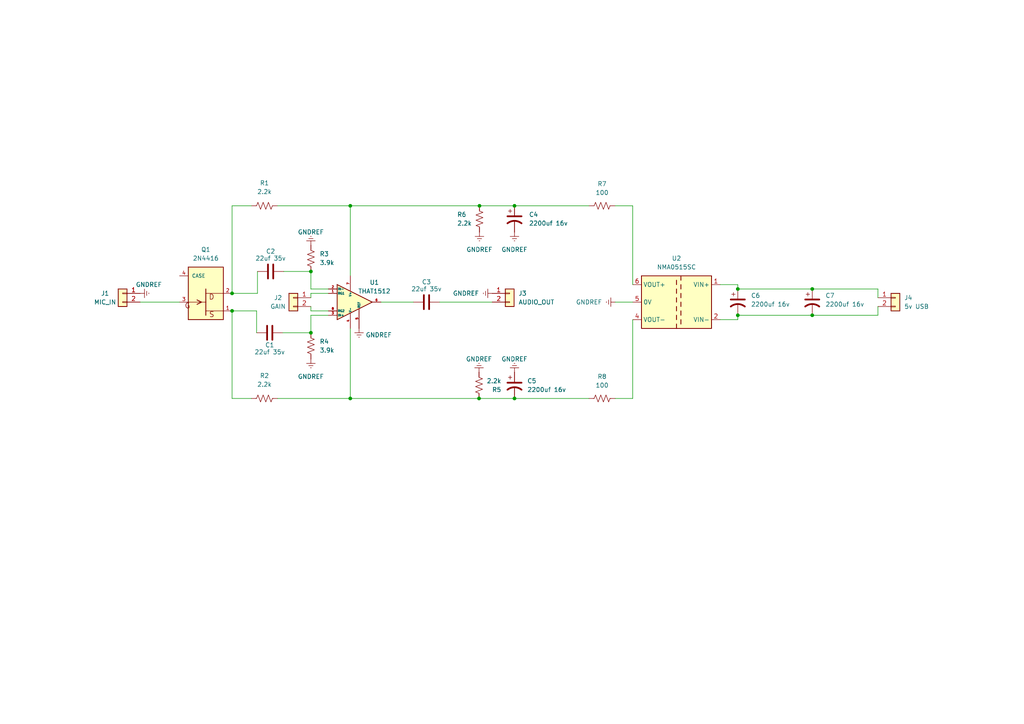
<source format=kicad_sch>
(kicad_sch (version 20211123) (generator eeschema)
  (paper "A4")
  (lib_symbols
    (symbol "Connector_Generic:Conn_01x02" (pin_names (offset 1.016) hide)
      (property "Reference" "J" (at 0 2.54 0))
      (property "Value" "Conn_01x02" (at 0 -5.08 0))
      (symbol "Conn_01x02_1_1"
        (rectangle (start -1.27 -2.413) (end 0 -2.667) (stroke (width 0.1524)))
        (rectangle (start -1.27 0.127) (end 0 -0.127) (stroke (width 0.1524)))
        (rectangle (start -1.27 1.27) (end 1.27 -3.81) (stroke (width 0.254)) (fill (type background)))
        (pin passive line (at -5.08 0 0) (length 3.81) (name "Pin_1") (number "1"))
        (pin passive line (at -5.08 -2.54 0) (length 3.81) (name "Pin_2") (number "2"))
      )
    )
    (symbol "Device:C" (pin_numbers hide) (pin_names (offset 0.254))
      (property "Reference" "C" (at 0.635 2.54 0))
      (property "Value" "C" (at 0.635 -2.54 0))
      (symbol "C_0_1"
        (polyline (pts (xy -2.032 -0.762) (xy 2.032 -0.762)) (stroke (width 0.508)))
        (polyline (pts (xy -2.032 0.762) (xy 2.032 0.762)) (stroke (width 0.508)))
      )
      (symbol "C_1_1"
        (pin passive line (at 0 3.81 270) (length 2.794) (name "~") (number "1"))
        (pin passive line (at 0 -3.81 90) (length 2.794) (name "~") (number "2"))
      )
    )
    (symbol "Device:C_Polarized_US" (pin_numbers hide) (pin_names (offset 0.254) hide)
      (property "Reference" "C" (at 0.635 2.54 0))
      (property "Value" "C_Polarized_US" (at 0.635 -2.54 0))
      (symbol "C_Polarized_US_0_1"
        (polyline (pts (xy -2.032 0.762) (xy 2.032 0.762)) (stroke (width 0.508)))
        (polyline (pts (xy -1.778 2.286) (xy -0.762 2.286)))
        (polyline (pts (xy -1.27 1.778) (xy -1.27 2.794)))
        (arc (start 2.032 -1.27) (mid 0 -0.5572) (end -2.032 -1.27) (stroke (width 0.508)))
      )
      (symbol "C_Polarized_US_1_1"
        (pin passive line (at 0 3.81 270) (length 2.794) (name "~") (number "1"))
        (pin passive line (at 0 -3.81 90) (length 3.302) (name "~") (number "2"))
      )
    )
    (symbol "Device:R_US" (pin_numbers hide) (pin_names (offset 0))
      (property "Reference" "R" (at 2.54 0 90))
      (property "Value" "R_US" (at -2.54 0 90))
      (symbol "R_US_0_1"
        (polyline (pts (xy 0 -2.286) (xy 0 -2.54)))
        (polyline (pts (xy 0 2.286) (xy 0 2.54)))
        (polyline (pts (xy 0 -0.762) (xy 1.016 -1.143) (xy 0 -1.524) (xy -1.016 -1.905) (xy 0 -2.286)))
        (polyline (pts (xy 0 0.762) (xy 1.016 0.381) (xy 0 0) (xy -1.016 -0.381) (xy 0 -0.762)))
        (polyline (pts (xy 0 2.286) (xy 1.016 1.905) (xy 0 1.524) (xy -1.016 1.143) (xy 0 0.762)))
      )
      (symbol "R_US_1_1"
        (pin passive line (at 0 3.81 270) (length 1.27) (name "~") (number "1"))
        (pin passive line (at 0 -3.81 90) (length 1.27) (name "~") (number "2"))
      )
    )
    (symbol "Regulator_Switching:NMA0515SC"
      (property "Reference" "U" (at -10.16 8.89 0))
      (property "Value" "NMA0515SC" (at 0 8.89 0))
      (symbol "NMA0515SC_0_1"
        (rectangle (start -10.16 7.62) (end 10.16 -7.62) (stroke (width 0.254)) (fill (type background)))
        (polyline (pts (xy -1.27 -5.08) (xy -1.27 -6.35)) (stroke (width 0.254)))
        (polyline (pts (xy -1.27 -2.54) (xy -1.27 -3.81)) (stroke (width 0.254)))
        (polyline (pts (xy -1.27 0) (xy -1.27 -1.27)) (stroke (width 0.254)))
        (polyline (pts (xy -1.27 2.54) (xy -1.27 1.27)) (stroke (width 0.254)))
        (polyline (pts (xy -1.27 5.08) (xy -1.27 3.81)) (stroke (width 0.254)))
        (polyline (pts (xy -1.27 7.62) (xy -1.27 6.35)) (stroke (width 0.254)))
        (polyline (pts (xy 0 -7.62) (xy 0 -6.35)) (stroke (width 0.254)))
        (polyline (pts (xy 0 -5.08) (xy 0 -3.81)) (stroke (width 0.254)))
        (polyline (pts (xy 0 -1.27) (xy 0 -2.54)) (stroke (width 0.254)))
        (polyline (pts (xy 0 0) (xy 0 1.27)) (stroke (width 0.254)))
        (polyline (pts (xy 0 2.54) (xy 0 3.81)) (stroke (width 0.254)))
        (polyline (pts (xy 0 5.08) (xy 0 6.35)) (stroke (width 0.254)))
      )
      (symbol "NMA0515SC_1_1"
        (pin power_in line (at -12.7 5.08 0) (length 2.54) (name "VIN+") (number "1"))
        (pin power_in line (at -12.7 -5.08 0) (length 2.54) (name "VIN-") (number "2"))
        (pin power_out line (at 12.7 -5.08 180) (length 2.54) (name "VOUT-") (number "4"))
        (pin power_out line (at 12.7 0 180) (length 2.54) (name "0V") (number "5"))
        (pin power_out line (at 12.7 5.08 180) (length 2.54) (name "VOUT+") (number "6"))
      )
    )
    (symbol "mic:2N4416" (pin_names (offset 1.016))
      (property "Reference" "Q" (at -5.08 8.382 0))
      (property "Value" "2N4416" (at -5.08 -8.382 0))
      (symbol "2N4416_0_0"
        (rectangle (start -5.08 -7.62) (end 5.08 7.62) (stroke (width 0.254)) (fill (type background)))
        (polyline (pts (xy -5.08 2.54) (xy -1.27 2.54)) (stroke (width 0.1524)))
        (polyline (pts (xy -1.27 2.54) (xy -2.54 1.905)) (stroke (width 0.254)))
        (polyline (pts (xy -1.27 2.54) (xy -2.54 3.175)) (stroke (width 0.254)))
        (polyline (pts (xy -1.27 2.54) (xy 0 2.54)) (stroke (width 0.1524)))
        (polyline (pts (xy 0 -1.27) (xy 0 0)) (stroke (width 0.254)))
        (polyline (pts (xy 0 0) (xy 0 2.54)) (stroke (width 0.254)))
        (polyline (pts (xy 0 2.54) (xy 0 5.08)) (stroke (width 0.254)))
        (polyline (pts (xy 0 5.08) (xy 0 6.35)) (stroke (width 0.254)))
        (polyline (pts (xy 0 5.08) (xy 5.08 5.08)) (stroke (width 0.1524)))
        (polyline (pts (xy 5.08 0) (xy 0 0)) (stroke (width 0.1524)))
        (text "D" (at 2.54 1.905 0) (effects (font (size 1.524 1.524)) (justify right top mirror)))
        (text "G" (at -4.445 4.445 0) (effects (font (size 1.524 1.524)) (justify right top mirror)))
        (text "S" (at 2.54 6.985 0) (effects (font (size 1.524 1.524)) (justify right top mirror)))
        (pin passive line (at 7.62 5.08 180) (length 2.54) (name "~") (number "1"))
        (pin passive line (at 7.62 0 180) (length 2.54) (name "~") (number "2"))
        (pin passive line (at -7.62 2.54 0) (length 2.54) (name "~") (number "3"))
        (pin passive line (at -7.62 -5.08 0) (length 2.54) (name "CASE") (number "4"))
      )
    )
    (symbol "mic:THAT1512P08-U" (pin_names (offset 0.127))
      (property "Reference" "U" (at 7.62 6.35 0))
      (property "Value" "THAT1512P08-U" (at 7.62 3.81 0))
      (symbol "THAT1512P08-U_0_0"
        (pin power_in line (at -1.27 -7.62 90) (length 4.45) (name "V-") (number "4"))
      )
      (symbol "THAT1512P08-U_0_1"
        (polyline (pts (xy -5.08 5.08) (xy 5.08 0) (xy -5.08 -5.08) (xy -5.08 5.08)) (stroke (width 0.254)) (fill (type background)))
      )
      (symbol "THAT1512P08-U_1_1"
        (pin input line (at -7.62 2.54 0) (length 2.54) (name "RG1") (number "1"))
        (pin input line (at -7.62 3.81 0) (length 2.54) (name "IN-") (number "2"))
        (pin input line (at -7.62 -3.81 0) (length 2.54) (name "IN+") (number "3"))
        (pin power_in line (at 1.27 -7.62 90) (length 5.72) (name "REF") (number "5"))
        (pin output line (at 7.62 0 180) (length 2.54) (name "~") (number "6"))
        (pin power_in line (at -1.27 7.62 270) (length 4.45) (name "V+") (number "7"))
        (pin input line (at -7.62 -2.54 0) (length 2.54) (name "RG2") (number "8"))
      )
    )
    (symbol "power:GNDREF" (power) (pin_names (offset 0))
      (property "Value" "GNDREF" (at 0 -3.81 0))
      (symbol "GNDREF_0_1"
        (polyline (pts (xy -0.635 -1.905) (xy 0.635 -1.905)))
        (polyline (pts (xy -0.127 -2.54) (xy 0.127 -2.54)))
        (polyline (pts (xy 0 -1.27) (xy 0 0)))
        (polyline (pts (xy 1.27 -1.27) (xy -1.27 -1.27)))
      )
      (symbol "GNDREF_1_1"
        (pin power_in line (at 0 0 270) (length 0) hide (name "GNDREF") (number "1"))
      )
    )
  )
  (junction (at 213.995 91.44))
  (junction (at 67.31 85.09))
  (junction (at 67.31 90.17))
  (junction (at 139.065 59.69))
  (junction (at 90.17 96.52))
  (junction (at 101.6 59.69))
  (junction (at 101.6 115.57))
  (junction (at 235.585 91.44))
  (junction (at 235.585 83.82))
  (junction (at 149.225 115.57))
  (junction (at 138.938 115.57))
  (junction (at 90.17 78.74))
  (junction (at 149.225 59.69))
  (junction (at 213.995 83.82))
  (wire (pts (xy 90.17 83.82) (xy 90.17 78.74)))
  (wire (pts (xy 74.422 90.17) (xy 67.31 90.17)))
  (wire (pts (xy 74.676 78.74) (xy 74.676 85.09)))
  (wire (pts (xy 95.25 91.44) (xy 90.17 91.44)))
  (wire (pts (xy 95.25 83.82) (xy 90.17 83.82)))
  (wire (pts (xy 183.515 92.71) (xy 183.515 115.57)))
  (wire (pts (xy 90.17 96.52) (xy 82.042 96.52)))
  (wire (pts (xy 101.6 115.57) (xy 138.938 115.57)))
  (wire (pts (xy 74.676 85.09) (xy 67.31 85.09)))
  (wire (pts (xy 213.995 92.71) (xy 213.995 91.44)))
  (wire (pts (xy 67.31 115.57) (xy 72.898 115.57)))
  (wire (pts (xy 80.518 59.69) (xy 101.6 59.69)))
  (wire (pts (xy 90.17 78.74) (xy 82.296 78.74)))
  (wire (pts (xy 90.17 88.9) (xy 90.17 90.17)))
  (wire (pts (xy 90.17 86.36) (xy 90.17 85.09)))
  (wire (pts (xy 149.225 115.57) (xy 170.815 115.57)))
  (wire (pts (xy 67.31 59.69) (xy 72.898 59.69)))
  (wire (pts (xy 183.515 82.55) (xy 183.515 59.69)))
  (wire (pts (xy 149.225 59.69) (xy 170.815 59.69)))
  (wire (pts (xy 90.17 91.44) (xy 90.17 96.52)))
  (wire (pts (xy 101.6 59.69) (xy 101.6 80.01)))
  (wire (pts (xy 208.915 92.71) (xy 213.995 92.71)))
  (wire (pts (xy 101.6 95.25) (xy 101.6 115.57)))
  (wire (pts (xy 110.49 87.63) (xy 119.888 87.63)))
  (wire (pts (xy 67.31 90.17) (xy 67.31 115.57)))
  (wire (pts (xy 178.435 87.63) (xy 183.515 87.63)))
  (wire (pts (xy 40.64 87.63) (xy 52.07 87.63)))
  (wire (pts (xy 80.518 115.57) (xy 101.6 115.57)))
  (wire (pts (xy 254.635 86.36) (xy 254.635 83.82)))
  (wire (pts (xy 138.938 115.57) (xy 149.225 115.57)))
  (wire (pts (xy 213.995 91.44) (xy 235.585 91.44)))
  (wire (pts (xy 90.17 90.17) (xy 95.25 90.17)))
  (wire (pts (xy 213.995 82.55) (xy 213.995 83.82)))
  (wire (pts (xy 139.065 59.69) (xy 149.225 59.69)))
  (wire (pts (xy 127.508 87.63) (xy 142.748 87.63)))
  (wire (pts (xy 101.6 59.69) (xy 139.065 59.69)))
  (wire (pts (xy 254.635 83.82) (xy 235.585 83.82)))
  (wire (pts (xy 67.31 85.09) (xy 67.31 59.69)))
  (wire (pts (xy 90.17 85.09) (xy 95.25 85.09)))
  (wire (pts (xy 254.635 91.44) (xy 235.585 91.44)))
  (wire (pts (xy 183.515 59.69) (xy 178.435 59.69)))
  (wire (pts (xy 213.995 83.82) (xy 235.585 83.82)))
  (wire (pts (xy 208.915 82.55) (xy 213.995 82.55)))
  (wire (pts (xy 183.515 115.57) (xy 178.435 115.57)))
  (wire (pts (xy 74.422 90.17) (xy 74.422 96.52)))
  (wire (pts (xy 254.635 88.9) (xy 254.635 91.44)))
  (symbol (lib_id "Device:C") (at 123.698 87.63 270) (unit 1)
    (property "Reference" "C3" (at 123.698 81.788 90))
    (property "Value" "22uf 35v" (at 123.698 83.82 90))
    (property "Footprint" "Capacitor_THT:C_Radial_D8.0mm_H11.5mm_P3.50mm" (effects hide))
  )
  (symbol (lib_id "Connector_Generic:Conn_01x02") (at 35.56 85.09 0) (mirror y) (unit 1)
    (property "Reference" "J1" (at 30.48 85.09 0))
    (property "Value" "MIC_IN" (at 30.48 87.63 0))
    (property "Footprint" "Connector_JST:JST_XH_B2B-XH-A_1x02_P2.50mm_Vertical" (effects hide))
  )
  (symbol (lib_id "mic:2N4416") (at 59.69 85.09 0) (mirror x) (unit 1)
    (property "Reference" "Q1" (at 59.69 72.39 0))
    (property "Value" "2N4416" (at 59.69 74.93 0))
    (property "Footprint" "mic:TO127P584H533-4" (effects hide))
    (property "STANDARD" "IPC 7351B" (effects hide))
    (property "MAXIMUM_PACKAGE_HEIGHT" "5.33 mm" (effects hide))
    (property "MANUFACTURER" "InterFET" (effects hide))
    (property "PARTREV" "December, 2018" (effects hide))
  )
  (symbol (lib_id "Regulator_Switching:NMA0515SC") (at 196.215 87.63 0) (mirror y) (unit 1)
    (property "Reference" "U2" (at 196.215 74.93 0))
    (property "Value" "NMA0515SC" (at 196.215 77.47 0))
    (property "Footprint" "Converter_DCDC:Converter_DCDC_Murata_NMAxxxxSC_THT" (effects hide))
    (property "Datasheet" "http://power.murata.com/data/power/ncl/kdc_nma.pdf" (effects hide))
  )
  (symbol (lib_id "Device:R_US") (at 76.708 59.69 270) (unit 1)
    (property "Reference" "R1" (at 76.708 53.086 90))
    (property "Value" "2.2k" (at 76.708 55.626 90))
    (property "Footprint" "Resistor_THT:R_Axial_DIN0207_L6.3mm_D2.5mm_P2.54mm_Vertical" (effects hide))
  )
  (symbol (lib_id "Device:R_US") (at 90.17 100.33 180) (unit 1)
    (property "Reference" "R4" (at 92.71 99.0599 0) (effects (justify right)))
    (property "Value" "3.9k" (at 92.71 101.5999 0) (effects (justify right)))
    (property "Footprint" "Resistor_THT:R_Axial_DIN0207_L6.3mm_D2.5mm_P2.54mm_Vertical" (effects hide))
  )
  (symbol (lib_id "power:GNDREF") (at 149.225 67.31 0) (unit 1)
    (property "Reference" "#PWR08" (effects hide))
    (property "Value" "GNDREF" (at 145.415 72.39 0) (effects (justify left)))
  )
  (symbol (lib_id "Device:C") (at 78.486 78.74 270) (unit 1)
    (property "Reference" "C2" (at 78.486 72.898 90))
    (property "Value" "22uf 35v" (at 78.486 74.93 90))
    (property "Footprint" "Capacitor_THT:C_Radial_D8.0mm_H11.5mm_P3.50mm" (effects hide))
  )
  (symbol (lib_id "Connector_Generic:Conn_01x02") (at 85.09 86.36 0) (mirror y) (unit 1)
    (property "Reference" "J2" (at 80.645 86.36 0))
    (property "Value" "GAIN" (at 80.645 88.9 0))
    (property "Footprint" "Connector_JST:JST_XH_B2B-XH-A_1x02_P2.50mm_Vertical" (effects hide))
  )
  (symbol (lib_id "power:GNDREF") (at 139.065 67.31 0) (unit 1)
    (property "Reference" "#PWR06" (effects hide))
    (property "Value" "GNDREF" (at 135.255 72.39 0) (effects (justify left)))
  )
  (symbol (lib_id "power:GNDREF") (at 138.938 107.95 180) (unit 1)
    (property "Reference" "#PWR05" (effects hide))
    (property "Value" "GNDREF" (at 135.128 104.14 0) (effects (justify right)))
  )
  (symbol (lib_id "power:GNDREF") (at 90.17 71.12 180) (unit 1)
    (property "Reference" "#PWR02" (effects hide))
    (property "Value" "GNDREF" (at 86.36 67.31 0) (effects (justify right)))
  )
  (symbol (lib_id "Device:C_Polarized_US") (at 149.225 63.5 0) (unit 1)
    (property "Reference" "C4" (at 153.416 62.23 0) (effects (justify left)))
    (property "Value" "2200uf 16v" (at 153.416 64.77 0) (effects (justify left)))
    (property "Footprint" "Capacitor_THT:CP_Radial_D12.5mm_P5.00mm" (effects hide))
  )
  (symbol (lib_id "power:GNDREF") (at 104.14 95.25 0) (mirror y) (unit 1)
    (property "Reference" "#PWR04" (effects hide))
    (property "Value" "GNDREF" (at 106.045 97.155 0) (effects (justify right)))
  )
  (symbol (lib_id "Connector_Generic:Conn_01x02") (at 259.715 86.36 0) (unit 1)
    (property "Reference" "J4" (at 262.255 86.3599 0) (effects (justify left)))
    (property "Value" "5v USB" (at 262.255 88.8999 0) (effects (justify left)))
    (property "Footprint" "Connector_JST:JST_XH_B2B-XH-A_1x02_P2.50mm_Vertical" (effects hide))
  )
  (symbol (lib_id "power:GNDREF") (at 149.225 107.95 180) (unit 1)
    (property "Reference" "#PWR09" (effects hide))
    (property "Value" "GNDREF" (at 145.415 104.14 0) (effects (justify right)))
  )
  (symbol (lib_id "power:GNDREF") (at 178.435 87.63 270) (unit 1)
    (property "Reference" "#PWR010" (effects hide))
    (property "Value" "GNDREF" (at 174.625 87.6299 90) (effects (justify right)))
  )
  (symbol (lib_id "Connector_Generic:Conn_01x02") (at 147.828 85.09 0) (unit 1)
    (property "Reference" "J3" (at 150.368 85.0899 0) (effects (justify left)))
    (property "Value" "AUDIO_OUT" (at 150.368 87.6299 0) (effects (justify left)))
    (property "Footprint" "Connector_JST:JST_XH_B2B-XH-A_1x02_P2.50mm_Vertical" (effects hide))
  )
  (symbol (lib_id "Device:R_US") (at 174.625 115.57 270) (unit 1)
    (property "Reference" "R8" (at 174.625 109.22 90))
    (property "Value" "100" (at 174.625 111.76 90))
    (property "Footprint" "Resistor_THT:R_Axial_DIN0207_L6.3mm_D2.5mm_P2.54mm_Vertical" (effects hide))
  )
  (symbol (lib_id "Device:R_US") (at 138.938 111.76 180) (unit 1)
    (property "Reference" "R5" (at 145.415 113.03 0) (effects (justify left)))
    (property "Value" "2.2k" (at 145.415 110.49 0) (effects (justify left)))
    (property "Footprint" "Resistor_THT:R_Axial_DIN0207_L6.3mm_D2.5mm_P2.54mm_Vertical" (effects hide))
  )
  (symbol (lib_id "power:GNDREF") (at 142.748 85.09 270) (unit 1)
    (property "Reference" "#PWR07" (effects hide))
    (property "Value" "GNDREF" (at 138.938 85.0899 90) (effects (justify right)))
  )
  (symbol (lib_id "Device:C_Polarized_US") (at 213.995 87.63 0) (unit 1)
    (property "Reference" "C6" (at 217.805 85.7249 0) (effects (justify left)))
    (property "Value" "2200uf 16v" (at 217.805 88.2649 0) (effects (justify left)))
    (property "Footprint" "Capacitor_THT:CP_Radial_D12.5mm_P5.00mm" (effects hide))
  )
  (symbol (lib_id "Device:C_Polarized_US") (at 149.225 111.76 0) (unit 1)
    (property "Reference" "C5" (at 152.908 110.49 0) (effects (justify left)))
    (property "Value" "2200uf 16v" (at 152.908 113.03 0) (effects (justify left)))
    (property "Footprint" "Capacitor_THT:CP_Radial_D12.5mm_P5.00mm" (effects hide))
  )
  (symbol (lib_id "Device:C") (at 78.232 96.52 270) (unit 1)
    (property "Reference" "C1" (at 78.232 100.076 90))
    (property "Value" "22uf 35v" (at 78.232 102.108 90))
    (property "Footprint" "Capacitor_THT:C_Radial_D8.0mm_H11.5mm_P3.50mm" (effects hide))
  )
  (symbol (lib_id "power:GNDREF") (at 40.64 85.09 90) (mirror x) (unit 1)
    (property "Reference" "#PWR01" (effects hide))
    (property "Value" "GNDREF" (at 39.37 82.55 90) (effects (justify right)))
  )
  (symbol (lib_id "Device:R_US") (at 139.065 63.5 0) (unit 1)
    (property "Reference" "R6" (at 132.588 62.23 0) (effects (justify left)))
    (property "Value" "2.2k" (at 132.588 64.77 0) (effects (justify left)))
    (property "Footprint" "Resistor_THT:R_Axial_DIN0207_L6.3mm_D2.5mm_P2.54mm_Vertical" (effects hide))
  )
  (symbol (lib_id "Device:R_US") (at 174.625 59.69 270) (unit 1)
    (property "Reference" "R7" (at 174.625 53.34 90))
    (property "Value" "100" (at 174.625 55.88 90))
    (property "Footprint" "Resistor_THT:R_Axial_DIN0207_L6.3mm_D2.5mm_P2.54mm_Vertical" (effects hide))
  )
  (symbol (lib_id "Device:C_Polarized_US") (at 235.585 87.63 0) (unit 1)
    (property "Reference" "C7" (at 239.395 85.7249 0) (effects (justify left)))
    (property "Value" "2200uf 16v" (at 239.395 88.2649 0) (effects (justify left)))
    (property "Footprint" "Capacitor_THT:CP_Radial_D12.5mm_P5.00mm" (effects hide))
  )
  (symbol (lib_id "mic:THAT1512P08-U") (at 102.87 87.63 0) (unit 1)
    (property "Reference" "U1" (at 108.585 81.915 0))
    (property "Value" "THAT1512" (at 108.585 84.455 0))
    (property "Footprint" "Package_DIP:DIP-8_W7.62mm_Socket" (effects hide))
    (property "Datasheet" "https://www.thatcorp.com/datashts/THAT_1510-1512_Datasheet.pdf" (effects hide))
  )
  (symbol (lib_id "power:GNDREF") (at 90.17 104.14 0) (unit 1)
    (property "Reference" "#PWR03" (effects hide))
    (property "Value" "GNDREF" (at 86.36 109.22 0) (effects (justify left)))
  )
  (symbol (lib_id "Device:R_US") (at 76.708 115.57 270) (unit 1)
    (property "Reference" "R2" (at 76.708 108.966 90))
    (property "Value" "2.2k" (at 76.708 111.506 90))
    (property "Footprint" "Resistor_THT:R_Axial_DIN0207_L6.3mm_D2.5mm_P2.54mm_Vertical" (effects hide))
  )
  (symbol (lib_id "Device:R_US") (at 90.17 74.93 0) (unit 1)
    (property "Reference" "R3" (at 92.71 73.6599 0) (effects (justify left)))
    (property "Value" "3.9k" (at 92.71 76.1999 0) (effects (justify left)))
    (property "Footprint" "Resistor_THT:R_Axial_DIN0207_L6.3mm_D2.5mm_P2.54mm_Vertical" (effects hide))
  )
)
</source>
